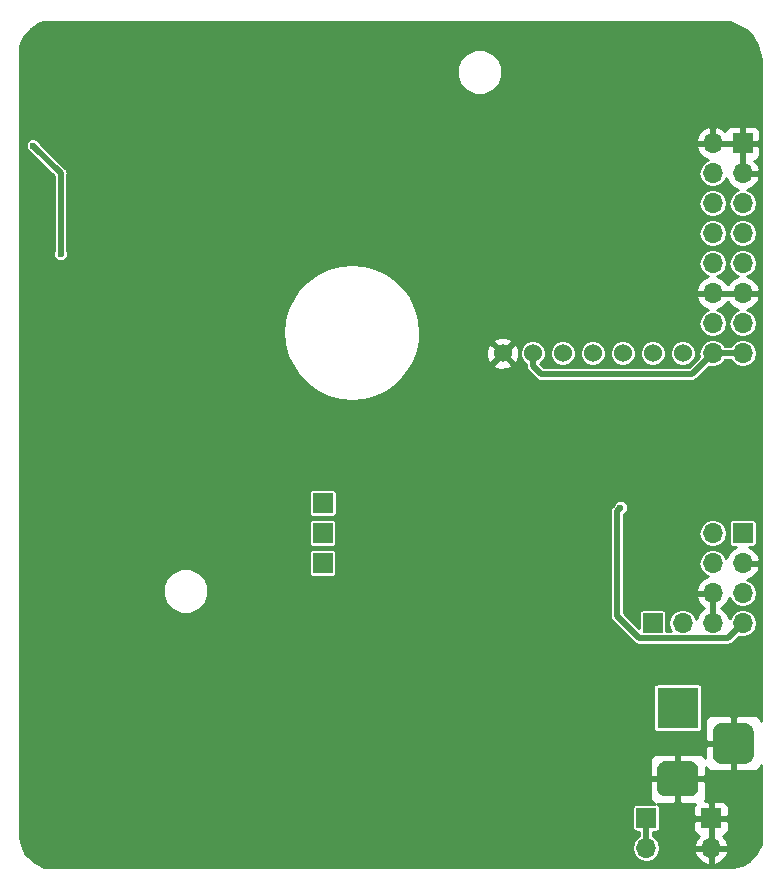
<source format=gbr>
G04 #@! TF.GenerationSoftware,KiCad,Pcbnew,5.0.2+dfsg1-1~bpo9+1*
G04 #@! TF.CreationDate,2019-07-09T17:18:54+02:00*
G04 #@! TF.ProjectId,sensoricnet_shield,73656e73-6f72-4696-936e-65745f736869,1.0*
G04 #@! TF.SameCoordinates,Original*
G04 #@! TF.FileFunction,Copper,L2,Bot*
G04 #@! TF.FilePolarity,Positive*
%FSLAX46Y46*%
G04 Gerber Fmt 4.6, Leading zero omitted, Abs format (unit mm)*
G04 Created by KiCad (PCBNEW 5.0.2+dfsg1-1~bpo9+1) date Tue 09 Jul 2019 05:18:54 PM CEST*
%MOMM*%
%LPD*%
G01*
G04 APERTURE LIST*
G04 #@! TA.AperFunction,ComponentPad*
%ADD10R,1.700000X1.700000*%
G04 #@! TD*
G04 #@! TA.AperFunction,ComponentPad*
%ADD11O,1.700000X1.700000*%
G04 #@! TD*
G04 #@! TA.AperFunction,ComponentPad*
%ADD12C,1.524000*%
G04 #@! TD*
G04 #@! TA.AperFunction,ComponentPad*
%ADD13R,3.500000X3.500000*%
G04 #@! TD*
G04 #@! TA.AperFunction,Conductor*
%ADD14C,0.100000*%
G04 #@! TD*
G04 #@! TA.AperFunction,ComponentPad*
%ADD15C,3.000000*%
G04 #@! TD*
G04 #@! TA.AperFunction,ComponentPad*
%ADD16C,3.500000*%
G04 #@! TD*
G04 #@! TA.AperFunction,ViaPad*
%ADD17C,0.600000*%
G04 #@! TD*
G04 #@! TA.AperFunction,Conductor*
%ADD18C,0.500000*%
G04 #@! TD*
G04 #@! TA.AperFunction,Conductor*
%ADD19C,0.254000*%
G04 #@! TD*
G04 APERTURE END LIST*
D10*
G04 #@! TO.P,J17,1*
G04 #@! TO.N,GND*
X193657220Y-64462660D03*
D11*
G04 #@! TO.P,J17,2*
X191117220Y-64462660D03*
G04 #@! TO.P,J17,3*
X193657220Y-67002660D03*
G04 #@! TO.P,J17,4*
G04 #@! TO.N,N/C*
X191117220Y-67002660D03*
G04 #@! TO.P,J17,5*
X193657220Y-69542660D03*
G04 #@! TO.P,J17,6*
X191117220Y-69542660D03*
G04 #@! TO.P,J17,7*
X193657220Y-72082660D03*
G04 #@! TO.P,J17,8*
X191117220Y-72082660D03*
G04 #@! TO.P,J17,9*
X193657220Y-74622660D03*
G04 #@! TO.P,J17,10*
G04 #@! TO.N,WIRELESS_reset*
X191117220Y-74622660D03*
G04 #@! TO.P,J17,11*
G04 #@! TO.N,GND*
X193657220Y-77162660D03*
G04 #@! TO.P,J17,12*
X191117220Y-77162660D03*
G04 #@! TO.P,J17,13*
G04 #@! TO.N,N/C*
X193657220Y-79702660D03*
G04 #@! TO.P,J17,14*
X191117220Y-79702660D03*
G04 #@! TO.P,J17,15*
G04 #@! TO.N,+5V*
X193657220Y-82242660D03*
G04 #@! TO.P,J17,16*
X191117220Y-82242660D03*
G04 #@! TD*
G04 #@! TO.P,J20,8*
G04 #@! TO.N,GND*
X191117220Y-105102660D03*
G04 #@! TO.P,J20,7*
G04 #@! TO.N,+3V3*
X193657220Y-105102660D03*
G04 #@! TO.P,J20,6*
G04 #@! TO.N,GND*
X191117220Y-102562660D03*
G04 #@! TO.P,J20,5*
G04 #@! TO.N,N/C*
X193657220Y-102562660D03*
G04 #@! TO.P,J20,4*
G04 #@! TO.N,Tx*
X191117220Y-100022660D03*
G04 #@! TO.P,J20,3*
G04 #@! TO.N,GND*
X193657220Y-100022660D03*
G04 #@! TO.P,J20,2*
G04 #@! TO.N,Rx*
X191117220Y-97482660D03*
D10*
G04 #@! TO.P,J20,1*
G04 #@! TO.N,N/C*
X193657220Y-97482660D03*
G04 #@! TD*
G04 #@! TO.P,J8,1*
G04 #@! TO.N,N/C*
X186024520Y-105115360D03*
D11*
G04 #@! TO.P,J8,2*
X188564520Y-105115360D03*
G04 #@! TD*
D12*
G04 #@! TO.P,J7,1*
G04 #@! TO.N,GND*
X173337220Y-82242660D03*
G04 #@! TO.P,J7,2*
G04 #@! TO.N,+5V*
X175877220Y-82242660D03*
G04 #@! TO.P,J7,3*
G04 #@! TO.N,N/C*
X178417220Y-82242660D03*
G04 #@! TO.P,J7,4*
X180957220Y-82242660D03*
G04 #@! TO.P,J7,5*
X183497220Y-82242660D03*
G04 #@! TO.P,J7,6*
X186037220Y-82242660D03*
G04 #@! TO.P,J7,7*
X188577220Y-82242660D03*
G04 #@! TD*
D13*
G04 #@! TO.P,J12,1*
G04 #@! TO.N,+9V*
X188157120Y-112275360D03*
D14*
G04 #@! TD*
G04 #@! TO.N,GND*
G04 #@! TO.C,J12*
G36*
X189230633Y-116778971D02*
X189303438Y-116789771D01*
X189374834Y-116807655D01*
X189444133Y-116832450D01*
X189510668Y-116863919D01*
X189573798Y-116901758D01*
X189632915Y-116945602D01*
X189687450Y-116995030D01*
X189736878Y-117049565D01*
X189780722Y-117108682D01*
X189818561Y-117171812D01*
X189850030Y-117238347D01*
X189874825Y-117307646D01*
X189892709Y-117379042D01*
X189903509Y-117451847D01*
X189907120Y-117525360D01*
X189907120Y-119025360D01*
X189903509Y-119098873D01*
X189892709Y-119171678D01*
X189874825Y-119243074D01*
X189850030Y-119312373D01*
X189818561Y-119378908D01*
X189780722Y-119442038D01*
X189736878Y-119501155D01*
X189687450Y-119555690D01*
X189632915Y-119605118D01*
X189573798Y-119648962D01*
X189510668Y-119686801D01*
X189444133Y-119718270D01*
X189374834Y-119743065D01*
X189303438Y-119760949D01*
X189230633Y-119771749D01*
X189157120Y-119775360D01*
X187157120Y-119775360D01*
X187083607Y-119771749D01*
X187010802Y-119760949D01*
X186939406Y-119743065D01*
X186870107Y-119718270D01*
X186803572Y-119686801D01*
X186740442Y-119648962D01*
X186681325Y-119605118D01*
X186626790Y-119555690D01*
X186577362Y-119501155D01*
X186533518Y-119442038D01*
X186495679Y-119378908D01*
X186464210Y-119312373D01*
X186439415Y-119243074D01*
X186421531Y-119171678D01*
X186410731Y-119098873D01*
X186407120Y-119025360D01*
X186407120Y-117525360D01*
X186410731Y-117451847D01*
X186421531Y-117379042D01*
X186439415Y-117307646D01*
X186464210Y-117238347D01*
X186495679Y-117171812D01*
X186533518Y-117108682D01*
X186577362Y-117049565D01*
X186626790Y-116995030D01*
X186681325Y-116945602D01*
X186740442Y-116901758D01*
X186803572Y-116863919D01*
X186870107Y-116832450D01*
X186939406Y-116807655D01*
X187010802Y-116789771D01*
X187083607Y-116778971D01*
X187157120Y-116775360D01*
X189157120Y-116775360D01*
X189230633Y-116778971D01*
X189230633Y-116778971D01*
G37*
D15*
G04 #@! TO.P,J12,2*
G04 #@! TO.N,GND*
X188157120Y-118275360D03*
D14*
G04 #@! TD*
G04 #@! TO.N,GND*
G04 #@! TO.C,J12*
G36*
X193817885Y-113529573D02*
X193902824Y-113542173D01*
X193986119Y-113563037D01*
X194066968Y-113591965D01*
X194144592Y-113628679D01*
X194218244Y-113672824D01*
X194287214Y-113723976D01*
X194350838Y-113781642D01*
X194408504Y-113845266D01*
X194459656Y-113914236D01*
X194503801Y-113987888D01*
X194540515Y-114065512D01*
X194569443Y-114146361D01*
X194590307Y-114229656D01*
X194602907Y-114314595D01*
X194607120Y-114400360D01*
X194607120Y-116150360D01*
X194602907Y-116236125D01*
X194590307Y-116321064D01*
X194569443Y-116404359D01*
X194540515Y-116485208D01*
X194503801Y-116562832D01*
X194459656Y-116636484D01*
X194408504Y-116705454D01*
X194350838Y-116769078D01*
X194287214Y-116826744D01*
X194218244Y-116877896D01*
X194144592Y-116922041D01*
X194066968Y-116958755D01*
X193986119Y-116987683D01*
X193902824Y-117008547D01*
X193817885Y-117021147D01*
X193732120Y-117025360D01*
X191982120Y-117025360D01*
X191896355Y-117021147D01*
X191811416Y-117008547D01*
X191728121Y-116987683D01*
X191647272Y-116958755D01*
X191569648Y-116922041D01*
X191495996Y-116877896D01*
X191427026Y-116826744D01*
X191363402Y-116769078D01*
X191305736Y-116705454D01*
X191254584Y-116636484D01*
X191210439Y-116562832D01*
X191173725Y-116485208D01*
X191144797Y-116404359D01*
X191123933Y-116321064D01*
X191111333Y-116236125D01*
X191107120Y-116150360D01*
X191107120Y-114400360D01*
X191111333Y-114314595D01*
X191123933Y-114229656D01*
X191144797Y-114146361D01*
X191173725Y-114065512D01*
X191210439Y-113987888D01*
X191254584Y-113914236D01*
X191305736Y-113845266D01*
X191363402Y-113781642D01*
X191427026Y-113723976D01*
X191495996Y-113672824D01*
X191569648Y-113628679D01*
X191647272Y-113591965D01*
X191728121Y-113563037D01*
X191811416Y-113542173D01*
X191896355Y-113529573D01*
X191982120Y-113525360D01*
X193732120Y-113525360D01*
X193817885Y-113529573D01*
X193817885Y-113529573D01*
G37*
D16*
G04 #@! TO.P,J12,3*
G04 #@! TO.N,GND*
X192857120Y-115275360D03*
G04 #@! TD*
D10*
G04 #@! TO.P,J13,1*
G04 #@! TO.N,+9V*
X185491120Y-121574560D03*
D11*
G04 #@! TO.P,J13,2*
X185491120Y-124114560D03*
G04 #@! TD*
D10*
G04 #@! TO.P,J14,1*
G04 #@! TO.N,GND*
X190977520Y-121625360D03*
D11*
G04 #@! TO.P,J14,2*
X190977520Y-124165360D03*
G04 #@! TD*
D10*
G04 #@! TO.P,J11,1*
G04 #@! TO.N,N/C*
X158084520Y-97469960D03*
G04 #@! TD*
G04 #@! TO.P,J18,1*
G04 #@! TO.N,N/C*
X158097220Y-94942660D03*
G04 #@! TD*
G04 #@! TO.P,J19,1*
G04 #@! TO.N,N/C*
X158084520Y-100009960D03*
G04 #@! TD*
D17*
G04 #@! TO.N,GND*
X133268720Y-66253360D03*
X132913120Y-73771760D03*
G04 #@! TO.N,+3V3*
X135910320Y-73822560D03*
X133573520Y-64673960D03*
X183306720Y-95310960D03*
G04 #@! TD*
D18*
G04 #@! TO.N,GND*
X132913120Y-66608960D02*
X132913120Y-73771760D01*
X133268720Y-66253360D02*
X132913120Y-66608960D01*
G04 #@! TO.N,+5V*
X175877220Y-83320290D02*
X176590290Y-84033360D01*
X175877220Y-82242660D02*
X175877220Y-83320290D01*
X189326520Y-84033360D02*
X191117220Y-82242660D01*
X176590290Y-84033360D02*
X189326520Y-84033360D01*
X191117220Y-82242660D02*
X193657220Y-82242660D01*
G04 #@! TO.N,+9V*
X185491120Y-124114560D02*
X185491120Y-121574560D01*
G04 #@! TO.N,+3V3*
X135910320Y-67010760D02*
X133573520Y-64673960D01*
X135910320Y-73822560D02*
X135910320Y-67010760D01*
X192807221Y-105952659D02*
X193657220Y-105102660D01*
X192394519Y-106365361D02*
X192807221Y-105952659D01*
X184854519Y-106365361D02*
X192394519Y-106365361D01*
X183006721Y-104517563D02*
X184854519Y-106365361D01*
X183006721Y-95610959D02*
X183006721Y-104517563D01*
X183306720Y-95310960D02*
X183006721Y-95610959D01*
G04 #@! TD*
D19*
G04 #@! TO.N,GND*
G36*
X193946694Y-54884890D02*
X194362441Y-55196701D01*
X194469197Y-55385093D01*
X194873090Y-56192880D01*
X195241500Y-57298110D01*
X195241501Y-113397556D01*
X195145447Y-113165662D01*
X194966819Y-112987033D01*
X194733430Y-112890360D01*
X193142870Y-112890360D01*
X192984120Y-113049110D01*
X192984120Y-115148360D01*
X193004120Y-115148360D01*
X193004120Y-115402360D01*
X192984120Y-115402360D01*
X192984120Y-117501610D01*
X193142870Y-117660360D01*
X194733430Y-117660360D01*
X194966819Y-117563687D01*
X195145447Y-117385058D01*
X195241501Y-117153164D01*
X195241501Y-123109775D01*
X195185818Y-123777964D01*
X194801122Y-124547358D01*
X194185828Y-125218590D01*
X193581561Y-125548190D01*
X192852554Y-125772500D01*
X135144713Y-125772500D01*
X134476536Y-125716818D01*
X133707142Y-125332122D01*
X133052106Y-124731674D01*
X133022414Y-124692085D01*
X132708276Y-124116166D01*
X132707818Y-124114560D01*
X184291062Y-124114560D01*
X184382411Y-124573802D01*
X184642551Y-124963129D01*
X185031878Y-125223269D01*
X185375200Y-125291560D01*
X185607040Y-125291560D01*
X185950362Y-125223269D01*
X186339689Y-124963129D01*
X186599829Y-124573802D01*
X186610083Y-124522250D01*
X189536044Y-124522250D01*
X189705875Y-124932284D01*
X190096162Y-125360543D01*
X190620628Y-125606846D01*
X190850520Y-125486179D01*
X190850520Y-124292360D01*
X191104520Y-124292360D01*
X191104520Y-125486179D01*
X191334412Y-125606846D01*
X191858878Y-125360543D01*
X192249165Y-124932284D01*
X192418996Y-124522250D01*
X192297675Y-124292360D01*
X191104520Y-124292360D01*
X190850520Y-124292360D01*
X189657365Y-124292360D01*
X189536044Y-124522250D01*
X186610083Y-124522250D01*
X186691178Y-124114560D01*
X186599829Y-123655318D01*
X186339689Y-123265991D01*
X186068120Y-123084534D01*
X186068120Y-122757966D01*
X186341120Y-122757966D01*
X186468709Y-122732587D01*
X186576874Y-122660314D01*
X186649147Y-122552149D01*
X186674526Y-122424560D01*
X186674526Y-121911110D01*
X189492520Y-121911110D01*
X189492520Y-122601670D01*
X189589193Y-122835059D01*
X189767822Y-123013687D01*
X189977398Y-123100496D01*
X189705875Y-123398436D01*
X189536044Y-123808470D01*
X189657365Y-124038360D01*
X190850520Y-124038360D01*
X190850520Y-121752360D01*
X191104520Y-121752360D01*
X191104520Y-124038360D01*
X192297675Y-124038360D01*
X192418996Y-123808470D01*
X192249165Y-123398436D01*
X191977642Y-123100496D01*
X192187218Y-123013687D01*
X192365847Y-122835059D01*
X192462520Y-122601670D01*
X192462520Y-121911110D01*
X192303770Y-121752360D01*
X191104520Y-121752360D01*
X190850520Y-121752360D01*
X189651270Y-121752360D01*
X189492520Y-121911110D01*
X186674526Y-121911110D01*
X186674526Y-120724560D01*
X186649147Y-120596971D01*
X186576874Y-120488806D01*
X186468709Y-120416533D01*
X186437675Y-120410360D01*
X187871370Y-120410360D01*
X188030120Y-120251610D01*
X188030120Y-118402360D01*
X188284120Y-118402360D01*
X188284120Y-120251610D01*
X188442870Y-120410360D01*
X189594494Y-120410360D01*
X189589193Y-120415661D01*
X189492520Y-120649050D01*
X189492520Y-121339610D01*
X189651270Y-121498360D01*
X190850520Y-121498360D01*
X190850520Y-120299110D01*
X191104520Y-120299110D01*
X191104520Y-121498360D01*
X192303770Y-121498360D01*
X192462520Y-121339610D01*
X192462520Y-120649050D01*
X192365847Y-120415661D01*
X192187218Y-120237033D01*
X191953829Y-120140360D01*
X191263270Y-120140360D01*
X191104520Y-120299110D01*
X190850520Y-120299110D01*
X190691770Y-120140360D01*
X190440145Y-120140360D01*
X190445447Y-120135058D01*
X190542120Y-119901669D01*
X190542120Y-118561110D01*
X190383370Y-118402360D01*
X188284120Y-118402360D01*
X188030120Y-118402360D01*
X185930870Y-118402360D01*
X185772120Y-118561110D01*
X185772120Y-119901669D01*
X185868793Y-120135058D01*
X186047421Y-120313687D01*
X186234443Y-120391154D01*
X184641120Y-120391154D01*
X184513531Y-120416533D01*
X184405366Y-120488806D01*
X184333093Y-120596971D01*
X184307714Y-120724560D01*
X184307714Y-122424560D01*
X184333093Y-122552149D01*
X184405366Y-122660314D01*
X184513531Y-122732587D01*
X184641120Y-122757966D01*
X184914121Y-122757966D01*
X184914120Y-123084534D01*
X184642551Y-123265991D01*
X184382411Y-123655318D01*
X184291062Y-124114560D01*
X132707818Y-124114560D01*
X132482000Y-123324200D01*
X132482000Y-116649051D01*
X185772120Y-116649051D01*
X185772120Y-117989610D01*
X185930870Y-118148360D01*
X188030120Y-118148360D01*
X188030120Y-116299110D01*
X188284120Y-116299110D01*
X188284120Y-118148360D01*
X190383370Y-118148360D01*
X190542120Y-117989610D01*
X190542120Y-117320664D01*
X190568793Y-117385058D01*
X190747421Y-117563687D01*
X190980810Y-117660360D01*
X192571370Y-117660360D01*
X192730120Y-117501610D01*
X192730120Y-115402360D01*
X190630870Y-115402360D01*
X190472120Y-115561110D01*
X190472120Y-116480056D01*
X190445447Y-116415662D01*
X190266819Y-116237033D01*
X190033430Y-116140360D01*
X188442870Y-116140360D01*
X188284120Y-116299110D01*
X188030120Y-116299110D01*
X187871370Y-116140360D01*
X186280810Y-116140360D01*
X186047421Y-116237033D01*
X185868793Y-116415662D01*
X185772120Y-116649051D01*
X132482000Y-116649051D01*
X132482000Y-110525360D01*
X186073714Y-110525360D01*
X186073714Y-114025360D01*
X186099093Y-114152949D01*
X186171366Y-114261114D01*
X186279531Y-114333387D01*
X186407120Y-114358766D01*
X189907120Y-114358766D01*
X190034709Y-114333387D01*
X190142874Y-114261114D01*
X190215147Y-114152949D01*
X190240526Y-114025360D01*
X190240526Y-113399051D01*
X190472120Y-113399051D01*
X190472120Y-114989610D01*
X190630870Y-115148360D01*
X192730120Y-115148360D01*
X192730120Y-113049110D01*
X192571370Y-112890360D01*
X190980810Y-112890360D01*
X190747421Y-112987033D01*
X190568793Y-113165662D01*
X190472120Y-113399051D01*
X190240526Y-113399051D01*
X190240526Y-110525360D01*
X190215147Y-110397771D01*
X190142874Y-110289606D01*
X190034709Y-110217333D01*
X189907120Y-110191954D01*
X186407120Y-110191954D01*
X186279531Y-110217333D01*
X186171366Y-110289606D01*
X186099093Y-110397771D01*
X186073714Y-110525360D01*
X132482000Y-110525360D01*
X132482000Y-101988856D01*
X144549720Y-101988856D01*
X144549720Y-102755464D01*
X144843088Y-103463718D01*
X145385162Y-104005792D01*
X146093416Y-104299160D01*
X146860024Y-104299160D01*
X147568278Y-104005792D01*
X148110352Y-103463718D01*
X148403720Y-102755464D01*
X148403720Y-101988856D01*
X148110352Y-101280602D01*
X147568278Y-100738528D01*
X146860024Y-100445160D01*
X146093416Y-100445160D01*
X145385162Y-100738528D01*
X144843088Y-101280602D01*
X144549720Y-101988856D01*
X132482000Y-101988856D01*
X132482000Y-99159960D01*
X156901114Y-99159960D01*
X156901114Y-100859960D01*
X156926493Y-100987549D01*
X156998766Y-101095714D01*
X157106931Y-101167987D01*
X157234520Y-101193366D01*
X158934520Y-101193366D01*
X159062109Y-101167987D01*
X159170274Y-101095714D01*
X159242547Y-100987549D01*
X159267926Y-100859960D01*
X159267926Y-99159960D01*
X159242547Y-99032371D01*
X159170274Y-98924206D01*
X159062109Y-98851933D01*
X158934520Y-98826554D01*
X157234520Y-98826554D01*
X157106931Y-98851933D01*
X156998766Y-98924206D01*
X156926493Y-99032371D01*
X156901114Y-99159960D01*
X132482000Y-99159960D01*
X132482000Y-96619960D01*
X156901114Y-96619960D01*
X156901114Y-98319960D01*
X156926493Y-98447549D01*
X156998766Y-98555714D01*
X157106931Y-98627987D01*
X157234520Y-98653366D01*
X158934520Y-98653366D01*
X159062109Y-98627987D01*
X159170274Y-98555714D01*
X159242547Y-98447549D01*
X159267926Y-98319960D01*
X159267926Y-96619960D01*
X159242547Y-96492371D01*
X159170274Y-96384206D01*
X159062109Y-96311933D01*
X158934520Y-96286554D01*
X157234520Y-96286554D01*
X157106931Y-96311933D01*
X156998766Y-96384206D01*
X156926493Y-96492371D01*
X156901114Y-96619960D01*
X132482000Y-96619960D01*
X132482000Y-94092660D01*
X156913814Y-94092660D01*
X156913814Y-95792660D01*
X156939193Y-95920249D01*
X157011466Y-96028414D01*
X157119631Y-96100687D01*
X157247220Y-96126066D01*
X158947220Y-96126066D01*
X159074809Y-96100687D01*
X159182974Y-96028414D01*
X159255247Y-95920249D01*
X159280626Y-95792660D01*
X159280626Y-95610959D01*
X182418417Y-95610959D01*
X182429721Y-95667787D01*
X182429722Y-104460730D01*
X182418417Y-104517563D01*
X182445978Y-104656118D01*
X182463200Y-104742697D01*
X182590728Y-104933557D01*
X182638907Y-104965749D01*
X184406333Y-106733176D01*
X184438525Y-106781355D01*
X184629385Y-106908883D01*
X184797690Y-106942361D01*
X184797691Y-106942361D01*
X184854519Y-106953665D01*
X184911347Y-106942361D01*
X192337691Y-106942361D01*
X192394519Y-106953665D01*
X192451347Y-106942361D01*
X192451348Y-106942361D01*
X192619653Y-106908883D01*
X192810513Y-106781355D01*
X192842707Y-106733173D01*
X193255405Y-106320476D01*
X193255407Y-106320473D01*
X193336882Y-106238999D01*
X193541300Y-106279660D01*
X193773140Y-106279660D01*
X194116462Y-106211369D01*
X194505789Y-105951229D01*
X194765929Y-105561902D01*
X194857278Y-105102660D01*
X194765929Y-104643418D01*
X194505789Y-104254091D01*
X194116462Y-103993951D01*
X193773140Y-103925660D01*
X193541300Y-103925660D01*
X193197978Y-103993951D01*
X192808651Y-104254091D01*
X192548511Y-104643418D01*
X192538062Y-104695951D01*
X192388865Y-104335736D01*
X191998578Y-103907477D01*
X191839266Y-103832660D01*
X191998578Y-103757843D01*
X192388865Y-103329584D01*
X192538062Y-102969369D01*
X192548511Y-103021902D01*
X192808651Y-103411229D01*
X193197978Y-103671369D01*
X193541300Y-103739660D01*
X193773140Y-103739660D01*
X194116462Y-103671369D01*
X194505789Y-103411229D01*
X194765929Y-103021902D01*
X194857278Y-102562660D01*
X194765929Y-102103418D01*
X194505789Y-101714091D01*
X194116462Y-101453951D01*
X194059814Y-101442683D01*
X194538578Y-101217843D01*
X194928865Y-100789584D01*
X195098696Y-100379550D01*
X194977375Y-100149660D01*
X193784220Y-100149660D01*
X193784220Y-100169660D01*
X193530220Y-100169660D01*
X193530220Y-100149660D01*
X193510220Y-100149660D01*
X193510220Y-99895660D01*
X193530220Y-99895660D01*
X193530220Y-99875660D01*
X193784220Y-99875660D01*
X193784220Y-99895660D01*
X194977375Y-99895660D01*
X195098696Y-99665770D01*
X194928865Y-99255736D01*
X194538578Y-98827477D01*
X194194877Y-98666066D01*
X194507220Y-98666066D01*
X194634809Y-98640687D01*
X194742974Y-98568414D01*
X194815247Y-98460249D01*
X194840626Y-98332660D01*
X194840626Y-96632660D01*
X194815247Y-96505071D01*
X194742974Y-96396906D01*
X194634809Y-96324633D01*
X194507220Y-96299254D01*
X192807220Y-96299254D01*
X192679631Y-96324633D01*
X192571466Y-96396906D01*
X192499193Y-96505071D01*
X192473814Y-96632660D01*
X192473814Y-98332660D01*
X192499193Y-98460249D01*
X192571466Y-98568414D01*
X192679631Y-98640687D01*
X192807220Y-98666066D01*
X193119563Y-98666066D01*
X192775862Y-98827477D01*
X192385575Y-99255736D01*
X192236378Y-99615951D01*
X192225929Y-99563418D01*
X191965789Y-99174091D01*
X191576462Y-98913951D01*
X191233140Y-98845660D01*
X191001300Y-98845660D01*
X190657978Y-98913951D01*
X190268651Y-99174091D01*
X190008511Y-99563418D01*
X189917162Y-100022660D01*
X190008511Y-100481902D01*
X190268651Y-100871229D01*
X190657978Y-101131369D01*
X190714626Y-101142637D01*
X190235862Y-101367477D01*
X189845575Y-101795736D01*
X189675744Y-102205770D01*
X189797065Y-102435660D01*
X190990220Y-102435660D01*
X190990220Y-102415660D01*
X191244220Y-102415660D01*
X191244220Y-102435660D01*
X191264220Y-102435660D01*
X191264220Y-102689660D01*
X191244220Y-102689660D01*
X191244220Y-104975660D01*
X191264220Y-104975660D01*
X191264220Y-105229660D01*
X191244220Y-105229660D01*
X191244220Y-105249660D01*
X190990220Y-105249660D01*
X190990220Y-105229660D01*
X190970220Y-105229660D01*
X190970220Y-104975660D01*
X190990220Y-104975660D01*
X190990220Y-102689660D01*
X189797065Y-102689660D01*
X189675744Y-102919550D01*
X189845575Y-103329584D01*
X190235862Y-103757843D01*
X190395174Y-103832660D01*
X190235862Y-103907477D01*
X189845575Y-104335736D01*
X189686092Y-104720786D01*
X189673229Y-104656118D01*
X189413089Y-104266791D01*
X189023762Y-104006651D01*
X188680440Y-103938360D01*
X188448600Y-103938360D01*
X188105278Y-104006651D01*
X187715951Y-104266791D01*
X187455811Y-104656118D01*
X187364462Y-105115360D01*
X187455811Y-105574602D01*
X187598640Y-105788361D01*
X187207926Y-105788361D01*
X187207926Y-104265360D01*
X187182547Y-104137771D01*
X187110274Y-104029606D01*
X187002109Y-103957333D01*
X186874520Y-103931954D01*
X185174520Y-103931954D01*
X185046931Y-103957333D01*
X184938766Y-104029606D01*
X184866493Y-104137771D01*
X184841114Y-104265360D01*
X184841114Y-105535955D01*
X183583721Y-104278563D01*
X183583721Y-97482660D01*
X189917162Y-97482660D01*
X190008511Y-97941902D01*
X190268651Y-98331229D01*
X190657978Y-98591369D01*
X191001300Y-98659660D01*
X191233140Y-98659660D01*
X191576462Y-98591369D01*
X191965789Y-98331229D01*
X192225929Y-97941902D01*
X192317278Y-97482660D01*
X192225929Y-97023418D01*
X191965789Y-96634091D01*
X191576462Y-96373951D01*
X191233140Y-96305660D01*
X191001300Y-96305660D01*
X190657978Y-96373951D01*
X190268651Y-96634091D01*
X190008511Y-97023418D01*
X189917162Y-97482660D01*
X183583721Y-97482660D01*
X183583721Y-95874882D01*
X183661887Y-95842505D01*
X183838265Y-95666127D01*
X183933720Y-95435678D01*
X183933720Y-95186242D01*
X183838265Y-94955793D01*
X183661887Y-94779415D01*
X183431438Y-94683960D01*
X183182002Y-94683960D01*
X182951553Y-94779415D01*
X182775175Y-94955793D01*
X182725174Y-95076505D01*
X182638908Y-95162771D01*
X182590727Y-95194965D01*
X182463199Y-95385826D01*
X182453283Y-95435678D01*
X182418417Y-95610959D01*
X159280626Y-95610959D01*
X159280626Y-94092660D01*
X159255247Y-93965071D01*
X159182974Y-93856906D01*
X159074809Y-93784633D01*
X158947220Y-93759254D01*
X157247220Y-93759254D01*
X157119631Y-93784633D01*
X157011466Y-93856906D01*
X156939193Y-93965071D01*
X156913814Y-94092660D01*
X132482000Y-94092660D01*
X132482000Y-80464660D01*
X154768584Y-80464660D01*
X154856777Y-81472711D01*
X155118677Y-82450133D01*
X155546325Y-83367228D01*
X156126728Y-84196129D01*
X156842251Y-84911652D01*
X157671152Y-85492055D01*
X158588247Y-85919703D01*
X159565669Y-86181603D01*
X160573720Y-86269796D01*
X161581771Y-86181603D01*
X162559193Y-85919703D01*
X163476288Y-85492055D01*
X164305189Y-84911652D01*
X165020712Y-84196129D01*
X165601115Y-83367228D01*
X165668428Y-83222873D01*
X172536612Y-83222873D01*
X172606077Y-83465057D01*
X173129522Y-83651804D01*
X173684588Y-83624022D01*
X174068363Y-83465057D01*
X174137828Y-83222873D01*
X173337220Y-82422265D01*
X172536612Y-83222873D01*
X165668428Y-83222873D01*
X166028763Y-82450133D01*
X166140007Y-82034962D01*
X171928076Y-82034962D01*
X171955858Y-82590028D01*
X172114823Y-82973803D01*
X172357007Y-83043268D01*
X173157615Y-82242660D01*
X173516825Y-82242660D01*
X174317433Y-83043268D01*
X174559617Y-82973803D01*
X174746364Y-82450358D01*
X174725127Y-82026044D01*
X174788220Y-82026044D01*
X174788220Y-82459276D01*
X174954010Y-82859529D01*
X175260351Y-83165870D01*
X175300221Y-83182385D01*
X175300221Y-83263458D01*
X175288916Y-83320290D01*
X175315983Y-83456360D01*
X175333699Y-83545424D01*
X175461227Y-83736284D01*
X175509406Y-83768476D01*
X176142104Y-84401175D01*
X176174296Y-84449354D01*
X176365156Y-84576882D01*
X176533461Y-84610360D01*
X176590289Y-84621664D01*
X176647117Y-84610360D01*
X189269692Y-84610360D01*
X189326520Y-84621664D01*
X189383348Y-84610360D01*
X189383349Y-84610360D01*
X189551654Y-84576882D01*
X189742514Y-84449354D01*
X189774708Y-84401172D01*
X190796882Y-83378999D01*
X191001300Y-83419660D01*
X191233140Y-83419660D01*
X191576462Y-83351369D01*
X191965789Y-83091229D01*
X192147246Y-82819660D01*
X192627194Y-82819660D01*
X192808651Y-83091229D01*
X193197978Y-83351369D01*
X193541300Y-83419660D01*
X193773140Y-83419660D01*
X194116462Y-83351369D01*
X194505789Y-83091229D01*
X194765929Y-82701902D01*
X194857278Y-82242660D01*
X194765929Y-81783418D01*
X194505789Y-81394091D01*
X194116462Y-81133951D01*
X193773140Y-81065660D01*
X193541300Y-81065660D01*
X193197978Y-81133951D01*
X192808651Y-81394091D01*
X192627194Y-81665660D01*
X192147246Y-81665660D01*
X191965789Y-81394091D01*
X191576462Y-81133951D01*
X191233140Y-81065660D01*
X191001300Y-81065660D01*
X190657978Y-81133951D01*
X190268651Y-81394091D01*
X190008511Y-81783418D01*
X189917162Y-82242660D01*
X189980881Y-82562998D01*
X189087520Y-83456360D01*
X176829291Y-83456360D01*
X176516445Y-83143514D01*
X176800430Y-82859529D01*
X176966220Y-82459276D01*
X176966220Y-82026044D01*
X177328220Y-82026044D01*
X177328220Y-82459276D01*
X177494010Y-82859529D01*
X177800351Y-83165870D01*
X178200604Y-83331660D01*
X178633836Y-83331660D01*
X179034089Y-83165870D01*
X179340430Y-82859529D01*
X179506220Y-82459276D01*
X179506220Y-82026044D01*
X179868220Y-82026044D01*
X179868220Y-82459276D01*
X180034010Y-82859529D01*
X180340351Y-83165870D01*
X180740604Y-83331660D01*
X181173836Y-83331660D01*
X181574089Y-83165870D01*
X181880430Y-82859529D01*
X182046220Y-82459276D01*
X182046220Y-82026044D01*
X182408220Y-82026044D01*
X182408220Y-82459276D01*
X182574010Y-82859529D01*
X182880351Y-83165870D01*
X183280604Y-83331660D01*
X183713836Y-83331660D01*
X184114089Y-83165870D01*
X184420430Y-82859529D01*
X184586220Y-82459276D01*
X184586220Y-82026044D01*
X184948220Y-82026044D01*
X184948220Y-82459276D01*
X185114010Y-82859529D01*
X185420351Y-83165870D01*
X185820604Y-83331660D01*
X186253836Y-83331660D01*
X186654089Y-83165870D01*
X186960430Y-82859529D01*
X187126220Y-82459276D01*
X187126220Y-82026044D01*
X187488220Y-82026044D01*
X187488220Y-82459276D01*
X187654010Y-82859529D01*
X187960351Y-83165870D01*
X188360604Y-83331660D01*
X188793836Y-83331660D01*
X189194089Y-83165870D01*
X189500430Y-82859529D01*
X189666220Y-82459276D01*
X189666220Y-82026044D01*
X189500430Y-81625791D01*
X189194089Y-81319450D01*
X188793836Y-81153660D01*
X188360604Y-81153660D01*
X187960351Y-81319450D01*
X187654010Y-81625791D01*
X187488220Y-82026044D01*
X187126220Y-82026044D01*
X186960430Y-81625791D01*
X186654089Y-81319450D01*
X186253836Y-81153660D01*
X185820604Y-81153660D01*
X185420351Y-81319450D01*
X185114010Y-81625791D01*
X184948220Y-82026044D01*
X184586220Y-82026044D01*
X184420430Y-81625791D01*
X184114089Y-81319450D01*
X183713836Y-81153660D01*
X183280604Y-81153660D01*
X182880351Y-81319450D01*
X182574010Y-81625791D01*
X182408220Y-82026044D01*
X182046220Y-82026044D01*
X181880430Y-81625791D01*
X181574089Y-81319450D01*
X181173836Y-81153660D01*
X180740604Y-81153660D01*
X180340351Y-81319450D01*
X180034010Y-81625791D01*
X179868220Y-82026044D01*
X179506220Y-82026044D01*
X179340430Y-81625791D01*
X179034089Y-81319450D01*
X178633836Y-81153660D01*
X178200604Y-81153660D01*
X177800351Y-81319450D01*
X177494010Y-81625791D01*
X177328220Y-82026044D01*
X176966220Y-82026044D01*
X176800430Y-81625791D01*
X176494089Y-81319450D01*
X176093836Y-81153660D01*
X175660604Y-81153660D01*
X175260351Y-81319450D01*
X174954010Y-81625791D01*
X174788220Y-82026044D01*
X174725127Y-82026044D01*
X174718582Y-81895292D01*
X174559617Y-81511517D01*
X174317433Y-81442052D01*
X173516825Y-82242660D01*
X173157615Y-82242660D01*
X172357007Y-81442052D01*
X172114823Y-81511517D01*
X171928076Y-82034962D01*
X166140007Y-82034962D01*
X166290663Y-81472711D01*
X166309058Y-81262447D01*
X172536612Y-81262447D01*
X173337220Y-82063055D01*
X174137828Y-81262447D01*
X174068363Y-81020263D01*
X173544918Y-80833516D01*
X172989852Y-80861298D01*
X172606077Y-81020263D01*
X172536612Y-81262447D01*
X166309058Y-81262447D01*
X166378856Y-80464660D01*
X166290663Y-79456609D01*
X166028763Y-78479187D01*
X165601115Y-77562092D01*
X165571327Y-77519550D01*
X189675744Y-77519550D01*
X189845575Y-77929584D01*
X190235862Y-78357843D01*
X190714626Y-78582683D01*
X190657978Y-78593951D01*
X190268651Y-78854091D01*
X190008511Y-79243418D01*
X189917162Y-79702660D01*
X190008511Y-80161902D01*
X190268651Y-80551229D01*
X190657978Y-80811369D01*
X191001300Y-80879660D01*
X191233140Y-80879660D01*
X191576462Y-80811369D01*
X191965789Y-80551229D01*
X192225929Y-80161902D01*
X192317278Y-79702660D01*
X192225929Y-79243418D01*
X191965789Y-78854091D01*
X191576462Y-78593951D01*
X191519814Y-78582683D01*
X191998578Y-78357843D01*
X192387220Y-77931389D01*
X192775862Y-78357843D01*
X193254626Y-78582683D01*
X193197978Y-78593951D01*
X192808651Y-78854091D01*
X192548511Y-79243418D01*
X192457162Y-79702660D01*
X192548511Y-80161902D01*
X192808651Y-80551229D01*
X193197978Y-80811369D01*
X193541300Y-80879660D01*
X193773140Y-80879660D01*
X194116462Y-80811369D01*
X194505789Y-80551229D01*
X194765929Y-80161902D01*
X194857278Y-79702660D01*
X194765929Y-79243418D01*
X194505789Y-78854091D01*
X194116462Y-78593951D01*
X194059814Y-78582683D01*
X194538578Y-78357843D01*
X194928865Y-77929584D01*
X195098696Y-77519550D01*
X194977375Y-77289660D01*
X193784220Y-77289660D01*
X193784220Y-77309660D01*
X193530220Y-77309660D01*
X193530220Y-77289660D01*
X191244220Y-77289660D01*
X191244220Y-77309660D01*
X190990220Y-77309660D01*
X190990220Y-77289660D01*
X189797065Y-77289660D01*
X189675744Y-77519550D01*
X165571327Y-77519550D01*
X165071533Y-76805770D01*
X189675744Y-76805770D01*
X189797065Y-77035660D01*
X190990220Y-77035660D01*
X190990220Y-77015660D01*
X191244220Y-77015660D01*
X191244220Y-77035660D01*
X193530220Y-77035660D01*
X193530220Y-77015660D01*
X193784220Y-77015660D01*
X193784220Y-77035660D01*
X194977375Y-77035660D01*
X195098696Y-76805770D01*
X194928865Y-76395736D01*
X194538578Y-75967477D01*
X194059814Y-75742637D01*
X194116462Y-75731369D01*
X194505789Y-75471229D01*
X194765929Y-75081902D01*
X194857278Y-74622660D01*
X194765929Y-74163418D01*
X194505789Y-73774091D01*
X194116462Y-73513951D01*
X193773140Y-73445660D01*
X193541300Y-73445660D01*
X193197978Y-73513951D01*
X192808651Y-73774091D01*
X192548511Y-74163418D01*
X192457162Y-74622660D01*
X192548511Y-75081902D01*
X192808651Y-75471229D01*
X193197978Y-75731369D01*
X193254626Y-75742637D01*
X192775862Y-75967477D01*
X192387220Y-76393931D01*
X191998578Y-75967477D01*
X191519814Y-75742637D01*
X191576462Y-75731369D01*
X191965789Y-75471229D01*
X192225929Y-75081902D01*
X192317278Y-74622660D01*
X192225929Y-74163418D01*
X191965789Y-73774091D01*
X191576462Y-73513951D01*
X191233140Y-73445660D01*
X191001300Y-73445660D01*
X190657978Y-73513951D01*
X190268651Y-73774091D01*
X190008511Y-74163418D01*
X189917162Y-74622660D01*
X190008511Y-75081902D01*
X190268651Y-75471229D01*
X190657978Y-75731369D01*
X190714626Y-75742637D01*
X190235862Y-75967477D01*
X189845575Y-76395736D01*
X189675744Y-76805770D01*
X165071533Y-76805770D01*
X165020712Y-76733191D01*
X164305189Y-76017668D01*
X163476288Y-75437265D01*
X162559193Y-75009617D01*
X161581771Y-74747717D01*
X160573720Y-74659524D01*
X159565669Y-74747717D01*
X158588247Y-75009617D01*
X157671152Y-75437265D01*
X156842251Y-76017668D01*
X156126728Y-76733191D01*
X155546325Y-77562092D01*
X155118677Y-78479187D01*
X154856777Y-79456609D01*
X154768584Y-80464660D01*
X132482000Y-80464660D01*
X132482000Y-64549242D01*
X132946520Y-64549242D01*
X132946520Y-64798678D01*
X133041975Y-65029127D01*
X133218353Y-65205505D01*
X133339066Y-65255506D01*
X135333321Y-67249762D01*
X135333320Y-73577131D01*
X135283320Y-73697842D01*
X135283320Y-73947278D01*
X135378775Y-74177727D01*
X135555153Y-74354105D01*
X135785602Y-74449560D01*
X136035038Y-74449560D01*
X136265487Y-74354105D01*
X136441865Y-74177727D01*
X136537320Y-73947278D01*
X136537320Y-73697842D01*
X136487320Y-73577131D01*
X136487320Y-72082660D01*
X189917162Y-72082660D01*
X190008511Y-72541902D01*
X190268651Y-72931229D01*
X190657978Y-73191369D01*
X191001300Y-73259660D01*
X191233140Y-73259660D01*
X191576462Y-73191369D01*
X191965789Y-72931229D01*
X192225929Y-72541902D01*
X192317278Y-72082660D01*
X192457162Y-72082660D01*
X192548511Y-72541902D01*
X192808651Y-72931229D01*
X193197978Y-73191369D01*
X193541300Y-73259660D01*
X193773140Y-73259660D01*
X194116462Y-73191369D01*
X194505789Y-72931229D01*
X194765929Y-72541902D01*
X194857278Y-72082660D01*
X194765929Y-71623418D01*
X194505789Y-71234091D01*
X194116462Y-70973951D01*
X193773140Y-70905660D01*
X193541300Y-70905660D01*
X193197978Y-70973951D01*
X192808651Y-71234091D01*
X192548511Y-71623418D01*
X192457162Y-72082660D01*
X192317278Y-72082660D01*
X192225929Y-71623418D01*
X191965789Y-71234091D01*
X191576462Y-70973951D01*
X191233140Y-70905660D01*
X191001300Y-70905660D01*
X190657978Y-70973951D01*
X190268651Y-71234091D01*
X190008511Y-71623418D01*
X189917162Y-72082660D01*
X136487320Y-72082660D01*
X136487320Y-69542660D01*
X189917162Y-69542660D01*
X190008511Y-70001902D01*
X190268651Y-70391229D01*
X190657978Y-70651369D01*
X191001300Y-70719660D01*
X191233140Y-70719660D01*
X191576462Y-70651369D01*
X191965789Y-70391229D01*
X192225929Y-70001902D01*
X192317278Y-69542660D01*
X192225929Y-69083418D01*
X191965789Y-68694091D01*
X191576462Y-68433951D01*
X191233140Y-68365660D01*
X191001300Y-68365660D01*
X190657978Y-68433951D01*
X190268651Y-68694091D01*
X190008511Y-69083418D01*
X189917162Y-69542660D01*
X136487320Y-69542660D01*
X136487320Y-67067587D01*
X136498624Y-67010759D01*
X136471751Y-66875660D01*
X136453842Y-66785626D01*
X136326314Y-66594766D01*
X136278135Y-66562574D01*
X134535111Y-64819550D01*
X189675744Y-64819550D01*
X189845575Y-65229584D01*
X190235862Y-65657843D01*
X190714626Y-65882683D01*
X190657978Y-65893951D01*
X190268651Y-66154091D01*
X190008511Y-66543418D01*
X189917162Y-67002660D01*
X190008511Y-67461902D01*
X190268651Y-67851229D01*
X190657978Y-68111369D01*
X191001300Y-68179660D01*
X191233140Y-68179660D01*
X191576462Y-68111369D01*
X191965789Y-67851229D01*
X192225929Y-67461902D01*
X192236378Y-67409369D01*
X192385575Y-67769584D01*
X192775862Y-68197843D01*
X193254626Y-68422683D01*
X193197978Y-68433951D01*
X192808651Y-68694091D01*
X192548511Y-69083418D01*
X192457162Y-69542660D01*
X192548511Y-70001902D01*
X192808651Y-70391229D01*
X193197978Y-70651369D01*
X193541300Y-70719660D01*
X193773140Y-70719660D01*
X194116462Y-70651369D01*
X194505789Y-70391229D01*
X194765929Y-70001902D01*
X194857278Y-69542660D01*
X194765929Y-69083418D01*
X194505789Y-68694091D01*
X194116462Y-68433951D01*
X194059814Y-68422683D01*
X194538578Y-68197843D01*
X194928865Y-67769584D01*
X195098696Y-67359550D01*
X194977375Y-67129660D01*
X193784220Y-67129660D01*
X193784220Y-67149660D01*
X193530220Y-67149660D01*
X193530220Y-67129660D01*
X193510220Y-67129660D01*
X193510220Y-66875660D01*
X193530220Y-66875660D01*
X193530220Y-64589660D01*
X193784220Y-64589660D01*
X193784220Y-66875660D01*
X194977375Y-66875660D01*
X195098696Y-66645770D01*
X194928865Y-66235736D01*
X194657342Y-65937796D01*
X194866918Y-65850987D01*
X195045547Y-65672359D01*
X195142220Y-65438970D01*
X195142220Y-64748410D01*
X194983470Y-64589660D01*
X193784220Y-64589660D01*
X193530220Y-64589660D01*
X191244220Y-64589660D01*
X191244220Y-64609660D01*
X190990220Y-64609660D01*
X190990220Y-64589660D01*
X189797065Y-64589660D01*
X189675744Y-64819550D01*
X134535111Y-64819550D01*
X134155066Y-64439506D01*
X134105065Y-64318793D01*
X133928687Y-64142415D01*
X133840219Y-64105770D01*
X189675744Y-64105770D01*
X189797065Y-64335660D01*
X190990220Y-64335660D01*
X190990220Y-63141841D01*
X191244220Y-63141841D01*
X191244220Y-64335660D01*
X193530220Y-64335660D01*
X193530220Y-63136410D01*
X193784220Y-63136410D01*
X193784220Y-64335660D01*
X194983470Y-64335660D01*
X195142220Y-64176910D01*
X195142220Y-63486350D01*
X195045547Y-63252961D01*
X194866918Y-63074333D01*
X194633529Y-62977660D01*
X193942970Y-62977660D01*
X193784220Y-63136410D01*
X193530220Y-63136410D01*
X193371470Y-62977660D01*
X192680911Y-62977660D01*
X192447522Y-63074333D01*
X192268893Y-63252961D01*
X192180290Y-63466868D01*
X191998578Y-63267477D01*
X191474112Y-63021174D01*
X191244220Y-63141841D01*
X190990220Y-63141841D01*
X190760328Y-63021174D01*
X190235862Y-63267477D01*
X189845575Y-63695736D01*
X189675744Y-64105770D01*
X133840219Y-64105770D01*
X133698238Y-64046960D01*
X133448802Y-64046960D01*
X133218353Y-64142415D01*
X133041975Y-64318793D01*
X132946520Y-64549242D01*
X132482000Y-64549242D01*
X132482000Y-58046856D01*
X169441720Y-58046856D01*
X169441720Y-58813464D01*
X169735088Y-59521718D01*
X170277162Y-60063792D01*
X170985416Y-60357160D01*
X171752024Y-60357160D01*
X172460278Y-60063792D01*
X173002352Y-59521718D01*
X173295720Y-58813464D01*
X173295720Y-58046856D01*
X173002352Y-57338602D01*
X172460278Y-56796528D01*
X171752024Y-56503160D01*
X170985416Y-56503160D01*
X170277162Y-56796528D01*
X169735088Y-57338602D01*
X169441720Y-58046856D01*
X132482000Y-58046856D01*
X132482000Y-56272140D01*
X132754348Y-55564039D01*
X133022784Y-55188229D01*
X133418870Y-54792143D01*
X133977116Y-54401373D01*
X134452722Y-54242838D01*
X134485824Y-54239160D01*
X192612184Y-54239160D01*
X193946694Y-54884890D01*
X193946694Y-54884890D01*
G37*
X193946694Y-54884890D02*
X194362441Y-55196701D01*
X194469197Y-55385093D01*
X194873090Y-56192880D01*
X195241500Y-57298110D01*
X195241501Y-113397556D01*
X195145447Y-113165662D01*
X194966819Y-112987033D01*
X194733430Y-112890360D01*
X193142870Y-112890360D01*
X192984120Y-113049110D01*
X192984120Y-115148360D01*
X193004120Y-115148360D01*
X193004120Y-115402360D01*
X192984120Y-115402360D01*
X192984120Y-117501610D01*
X193142870Y-117660360D01*
X194733430Y-117660360D01*
X194966819Y-117563687D01*
X195145447Y-117385058D01*
X195241501Y-117153164D01*
X195241501Y-123109775D01*
X195185818Y-123777964D01*
X194801122Y-124547358D01*
X194185828Y-125218590D01*
X193581561Y-125548190D01*
X192852554Y-125772500D01*
X135144713Y-125772500D01*
X134476536Y-125716818D01*
X133707142Y-125332122D01*
X133052106Y-124731674D01*
X133022414Y-124692085D01*
X132708276Y-124116166D01*
X132707818Y-124114560D01*
X184291062Y-124114560D01*
X184382411Y-124573802D01*
X184642551Y-124963129D01*
X185031878Y-125223269D01*
X185375200Y-125291560D01*
X185607040Y-125291560D01*
X185950362Y-125223269D01*
X186339689Y-124963129D01*
X186599829Y-124573802D01*
X186610083Y-124522250D01*
X189536044Y-124522250D01*
X189705875Y-124932284D01*
X190096162Y-125360543D01*
X190620628Y-125606846D01*
X190850520Y-125486179D01*
X190850520Y-124292360D01*
X191104520Y-124292360D01*
X191104520Y-125486179D01*
X191334412Y-125606846D01*
X191858878Y-125360543D01*
X192249165Y-124932284D01*
X192418996Y-124522250D01*
X192297675Y-124292360D01*
X191104520Y-124292360D01*
X190850520Y-124292360D01*
X189657365Y-124292360D01*
X189536044Y-124522250D01*
X186610083Y-124522250D01*
X186691178Y-124114560D01*
X186599829Y-123655318D01*
X186339689Y-123265991D01*
X186068120Y-123084534D01*
X186068120Y-122757966D01*
X186341120Y-122757966D01*
X186468709Y-122732587D01*
X186576874Y-122660314D01*
X186649147Y-122552149D01*
X186674526Y-122424560D01*
X186674526Y-121911110D01*
X189492520Y-121911110D01*
X189492520Y-122601670D01*
X189589193Y-122835059D01*
X189767822Y-123013687D01*
X189977398Y-123100496D01*
X189705875Y-123398436D01*
X189536044Y-123808470D01*
X189657365Y-124038360D01*
X190850520Y-124038360D01*
X190850520Y-121752360D01*
X191104520Y-121752360D01*
X191104520Y-124038360D01*
X192297675Y-124038360D01*
X192418996Y-123808470D01*
X192249165Y-123398436D01*
X191977642Y-123100496D01*
X192187218Y-123013687D01*
X192365847Y-122835059D01*
X192462520Y-122601670D01*
X192462520Y-121911110D01*
X192303770Y-121752360D01*
X191104520Y-121752360D01*
X190850520Y-121752360D01*
X189651270Y-121752360D01*
X189492520Y-121911110D01*
X186674526Y-121911110D01*
X186674526Y-120724560D01*
X186649147Y-120596971D01*
X186576874Y-120488806D01*
X186468709Y-120416533D01*
X186437675Y-120410360D01*
X187871370Y-120410360D01*
X188030120Y-120251610D01*
X188030120Y-118402360D01*
X188284120Y-118402360D01*
X188284120Y-120251610D01*
X188442870Y-120410360D01*
X189594494Y-120410360D01*
X189589193Y-120415661D01*
X189492520Y-120649050D01*
X189492520Y-121339610D01*
X189651270Y-121498360D01*
X190850520Y-121498360D01*
X190850520Y-120299110D01*
X191104520Y-120299110D01*
X191104520Y-121498360D01*
X192303770Y-121498360D01*
X192462520Y-121339610D01*
X192462520Y-120649050D01*
X192365847Y-120415661D01*
X192187218Y-120237033D01*
X191953829Y-120140360D01*
X191263270Y-120140360D01*
X191104520Y-120299110D01*
X190850520Y-120299110D01*
X190691770Y-120140360D01*
X190440145Y-120140360D01*
X190445447Y-120135058D01*
X190542120Y-119901669D01*
X190542120Y-118561110D01*
X190383370Y-118402360D01*
X188284120Y-118402360D01*
X188030120Y-118402360D01*
X185930870Y-118402360D01*
X185772120Y-118561110D01*
X185772120Y-119901669D01*
X185868793Y-120135058D01*
X186047421Y-120313687D01*
X186234443Y-120391154D01*
X184641120Y-120391154D01*
X184513531Y-120416533D01*
X184405366Y-120488806D01*
X184333093Y-120596971D01*
X184307714Y-120724560D01*
X184307714Y-122424560D01*
X184333093Y-122552149D01*
X184405366Y-122660314D01*
X184513531Y-122732587D01*
X184641120Y-122757966D01*
X184914121Y-122757966D01*
X184914120Y-123084534D01*
X184642551Y-123265991D01*
X184382411Y-123655318D01*
X184291062Y-124114560D01*
X132707818Y-124114560D01*
X132482000Y-123324200D01*
X132482000Y-116649051D01*
X185772120Y-116649051D01*
X185772120Y-117989610D01*
X185930870Y-118148360D01*
X188030120Y-118148360D01*
X188030120Y-116299110D01*
X188284120Y-116299110D01*
X188284120Y-118148360D01*
X190383370Y-118148360D01*
X190542120Y-117989610D01*
X190542120Y-117320664D01*
X190568793Y-117385058D01*
X190747421Y-117563687D01*
X190980810Y-117660360D01*
X192571370Y-117660360D01*
X192730120Y-117501610D01*
X192730120Y-115402360D01*
X190630870Y-115402360D01*
X190472120Y-115561110D01*
X190472120Y-116480056D01*
X190445447Y-116415662D01*
X190266819Y-116237033D01*
X190033430Y-116140360D01*
X188442870Y-116140360D01*
X188284120Y-116299110D01*
X188030120Y-116299110D01*
X187871370Y-116140360D01*
X186280810Y-116140360D01*
X186047421Y-116237033D01*
X185868793Y-116415662D01*
X185772120Y-116649051D01*
X132482000Y-116649051D01*
X132482000Y-110525360D01*
X186073714Y-110525360D01*
X186073714Y-114025360D01*
X186099093Y-114152949D01*
X186171366Y-114261114D01*
X186279531Y-114333387D01*
X186407120Y-114358766D01*
X189907120Y-114358766D01*
X190034709Y-114333387D01*
X190142874Y-114261114D01*
X190215147Y-114152949D01*
X190240526Y-114025360D01*
X190240526Y-113399051D01*
X190472120Y-113399051D01*
X190472120Y-114989610D01*
X190630870Y-115148360D01*
X192730120Y-115148360D01*
X192730120Y-113049110D01*
X192571370Y-112890360D01*
X190980810Y-112890360D01*
X190747421Y-112987033D01*
X190568793Y-113165662D01*
X190472120Y-113399051D01*
X190240526Y-113399051D01*
X190240526Y-110525360D01*
X190215147Y-110397771D01*
X190142874Y-110289606D01*
X190034709Y-110217333D01*
X189907120Y-110191954D01*
X186407120Y-110191954D01*
X186279531Y-110217333D01*
X186171366Y-110289606D01*
X186099093Y-110397771D01*
X186073714Y-110525360D01*
X132482000Y-110525360D01*
X132482000Y-101988856D01*
X144549720Y-101988856D01*
X144549720Y-102755464D01*
X144843088Y-103463718D01*
X145385162Y-104005792D01*
X146093416Y-104299160D01*
X146860024Y-104299160D01*
X147568278Y-104005792D01*
X148110352Y-103463718D01*
X148403720Y-102755464D01*
X148403720Y-101988856D01*
X148110352Y-101280602D01*
X147568278Y-100738528D01*
X146860024Y-100445160D01*
X146093416Y-100445160D01*
X145385162Y-100738528D01*
X144843088Y-101280602D01*
X144549720Y-101988856D01*
X132482000Y-101988856D01*
X132482000Y-99159960D01*
X156901114Y-99159960D01*
X156901114Y-100859960D01*
X156926493Y-100987549D01*
X156998766Y-101095714D01*
X157106931Y-101167987D01*
X157234520Y-101193366D01*
X158934520Y-101193366D01*
X159062109Y-101167987D01*
X159170274Y-101095714D01*
X159242547Y-100987549D01*
X159267926Y-100859960D01*
X159267926Y-99159960D01*
X159242547Y-99032371D01*
X159170274Y-98924206D01*
X159062109Y-98851933D01*
X158934520Y-98826554D01*
X157234520Y-98826554D01*
X157106931Y-98851933D01*
X156998766Y-98924206D01*
X156926493Y-99032371D01*
X156901114Y-99159960D01*
X132482000Y-99159960D01*
X132482000Y-96619960D01*
X156901114Y-96619960D01*
X156901114Y-98319960D01*
X156926493Y-98447549D01*
X156998766Y-98555714D01*
X157106931Y-98627987D01*
X157234520Y-98653366D01*
X158934520Y-98653366D01*
X159062109Y-98627987D01*
X159170274Y-98555714D01*
X159242547Y-98447549D01*
X159267926Y-98319960D01*
X159267926Y-96619960D01*
X159242547Y-96492371D01*
X159170274Y-96384206D01*
X159062109Y-96311933D01*
X158934520Y-96286554D01*
X157234520Y-96286554D01*
X157106931Y-96311933D01*
X156998766Y-96384206D01*
X156926493Y-96492371D01*
X156901114Y-96619960D01*
X132482000Y-96619960D01*
X132482000Y-94092660D01*
X156913814Y-94092660D01*
X156913814Y-95792660D01*
X156939193Y-95920249D01*
X157011466Y-96028414D01*
X157119631Y-96100687D01*
X157247220Y-96126066D01*
X158947220Y-96126066D01*
X159074809Y-96100687D01*
X159182974Y-96028414D01*
X159255247Y-95920249D01*
X159280626Y-95792660D01*
X159280626Y-95610959D01*
X182418417Y-95610959D01*
X182429721Y-95667787D01*
X182429722Y-104460730D01*
X182418417Y-104517563D01*
X182445978Y-104656118D01*
X182463200Y-104742697D01*
X182590728Y-104933557D01*
X182638907Y-104965749D01*
X184406333Y-106733176D01*
X184438525Y-106781355D01*
X184629385Y-106908883D01*
X184797690Y-106942361D01*
X184797691Y-106942361D01*
X184854519Y-106953665D01*
X184911347Y-106942361D01*
X192337691Y-106942361D01*
X192394519Y-106953665D01*
X192451347Y-106942361D01*
X192451348Y-106942361D01*
X192619653Y-106908883D01*
X192810513Y-106781355D01*
X192842707Y-106733173D01*
X193255405Y-106320476D01*
X193255407Y-106320473D01*
X193336882Y-106238999D01*
X193541300Y-106279660D01*
X193773140Y-106279660D01*
X194116462Y-106211369D01*
X194505789Y-105951229D01*
X194765929Y-105561902D01*
X194857278Y-105102660D01*
X194765929Y-104643418D01*
X194505789Y-104254091D01*
X194116462Y-103993951D01*
X193773140Y-103925660D01*
X193541300Y-103925660D01*
X193197978Y-103993951D01*
X192808651Y-104254091D01*
X192548511Y-104643418D01*
X192538062Y-104695951D01*
X192388865Y-104335736D01*
X191998578Y-103907477D01*
X191839266Y-103832660D01*
X191998578Y-103757843D01*
X192388865Y-103329584D01*
X192538062Y-102969369D01*
X192548511Y-103021902D01*
X192808651Y-103411229D01*
X193197978Y-103671369D01*
X193541300Y-103739660D01*
X193773140Y-103739660D01*
X194116462Y-103671369D01*
X194505789Y-103411229D01*
X194765929Y-103021902D01*
X194857278Y-102562660D01*
X194765929Y-102103418D01*
X194505789Y-101714091D01*
X194116462Y-101453951D01*
X194059814Y-101442683D01*
X194538578Y-101217843D01*
X194928865Y-100789584D01*
X195098696Y-100379550D01*
X194977375Y-100149660D01*
X193784220Y-100149660D01*
X193784220Y-100169660D01*
X193530220Y-100169660D01*
X193530220Y-100149660D01*
X193510220Y-100149660D01*
X193510220Y-99895660D01*
X193530220Y-99895660D01*
X193530220Y-99875660D01*
X193784220Y-99875660D01*
X193784220Y-99895660D01*
X194977375Y-99895660D01*
X195098696Y-99665770D01*
X194928865Y-99255736D01*
X194538578Y-98827477D01*
X194194877Y-98666066D01*
X194507220Y-98666066D01*
X194634809Y-98640687D01*
X194742974Y-98568414D01*
X194815247Y-98460249D01*
X194840626Y-98332660D01*
X194840626Y-96632660D01*
X194815247Y-96505071D01*
X194742974Y-96396906D01*
X194634809Y-96324633D01*
X194507220Y-96299254D01*
X192807220Y-96299254D01*
X192679631Y-96324633D01*
X192571466Y-96396906D01*
X192499193Y-96505071D01*
X192473814Y-96632660D01*
X192473814Y-98332660D01*
X192499193Y-98460249D01*
X192571466Y-98568414D01*
X192679631Y-98640687D01*
X192807220Y-98666066D01*
X193119563Y-98666066D01*
X192775862Y-98827477D01*
X192385575Y-99255736D01*
X192236378Y-99615951D01*
X192225929Y-99563418D01*
X191965789Y-99174091D01*
X191576462Y-98913951D01*
X191233140Y-98845660D01*
X191001300Y-98845660D01*
X190657978Y-98913951D01*
X190268651Y-99174091D01*
X190008511Y-99563418D01*
X189917162Y-100022660D01*
X190008511Y-100481902D01*
X190268651Y-100871229D01*
X190657978Y-101131369D01*
X190714626Y-101142637D01*
X190235862Y-101367477D01*
X189845575Y-101795736D01*
X189675744Y-102205770D01*
X189797065Y-102435660D01*
X190990220Y-102435660D01*
X190990220Y-102415660D01*
X191244220Y-102415660D01*
X191244220Y-102435660D01*
X191264220Y-102435660D01*
X191264220Y-102689660D01*
X191244220Y-102689660D01*
X191244220Y-104975660D01*
X191264220Y-104975660D01*
X191264220Y-105229660D01*
X191244220Y-105229660D01*
X191244220Y-105249660D01*
X190990220Y-105249660D01*
X190990220Y-105229660D01*
X190970220Y-105229660D01*
X190970220Y-104975660D01*
X190990220Y-104975660D01*
X190990220Y-102689660D01*
X189797065Y-102689660D01*
X189675744Y-102919550D01*
X189845575Y-103329584D01*
X190235862Y-103757843D01*
X190395174Y-103832660D01*
X190235862Y-103907477D01*
X189845575Y-104335736D01*
X189686092Y-104720786D01*
X189673229Y-104656118D01*
X189413089Y-104266791D01*
X189023762Y-104006651D01*
X188680440Y-103938360D01*
X188448600Y-103938360D01*
X188105278Y-104006651D01*
X187715951Y-104266791D01*
X187455811Y-104656118D01*
X187364462Y-105115360D01*
X187455811Y-105574602D01*
X187598640Y-105788361D01*
X187207926Y-105788361D01*
X187207926Y-104265360D01*
X187182547Y-104137771D01*
X187110274Y-104029606D01*
X187002109Y-103957333D01*
X186874520Y-103931954D01*
X185174520Y-103931954D01*
X185046931Y-103957333D01*
X184938766Y-104029606D01*
X184866493Y-104137771D01*
X184841114Y-104265360D01*
X184841114Y-105535955D01*
X183583721Y-104278563D01*
X183583721Y-97482660D01*
X189917162Y-97482660D01*
X190008511Y-97941902D01*
X190268651Y-98331229D01*
X190657978Y-98591369D01*
X191001300Y-98659660D01*
X191233140Y-98659660D01*
X191576462Y-98591369D01*
X191965789Y-98331229D01*
X192225929Y-97941902D01*
X192317278Y-97482660D01*
X192225929Y-97023418D01*
X191965789Y-96634091D01*
X191576462Y-96373951D01*
X191233140Y-96305660D01*
X191001300Y-96305660D01*
X190657978Y-96373951D01*
X190268651Y-96634091D01*
X190008511Y-97023418D01*
X189917162Y-97482660D01*
X183583721Y-97482660D01*
X183583721Y-95874882D01*
X183661887Y-95842505D01*
X183838265Y-95666127D01*
X183933720Y-95435678D01*
X183933720Y-95186242D01*
X183838265Y-94955793D01*
X183661887Y-94779415D01*
X183431438Y-94683960D01*
X183182002Y-94683960D01*
X182951553Y-94779415D01*
X182775175Y-94955793D01*
X182725174Y-95076505D01*
X182638908Y-95162771D01*
X182590727Y-95194965D01*
X182463199Y-95385826D01*
X182453283Y-95435678D01*
X182418417Y-95610959D01*
X159280626Y-95610959D01*
X159280626Y-94092660D01*
X159255247Y-93965071D01*
X159182974Y-93856906D01*
X159074809Y-93784633D01*
X158947220Y-93759254D01*
X157247220Y-93759254D01*
X157119631Y-93784633D01*
X157011466Y-93856906D01*
X156939193Y-93965071D01*
X156913814Y-94092660D01*
X132482000Y-94092660D01*
X132482000Y-80464660D01*
X154768584Y-80464660D01*
X154856777Y-81472711D01*
X155118677Y-82450133D01*
X155546325Y-83367228D01*
X156126728Y-84196129D01*
X156842251Y-84911652D01*
X157671152Y-85492055D01*
X158588247Y-85919703D01*
X159565669Y-86181603D01*
X160573720Y-86269796D01*
X161581771Y-86181603D01*
X162559193Y-85919703D01*
X163476288Y-85492055D01*
X164305189Y-84911652D01*
X165020712Y-84196129D01*
X165601115Y-83367228D01*
X165668428Y-83222873D01*
X172536612Y-83222873D01*
X172606077Y-83465057D01*
X173129522Y-83651804D01*
X173684588Y-83624022D01*
X174068363Y-83465057D01*
X174137828Y-83222873D01*
X173337220Y-82422265D01*
X172536612Y-83222873D01*
X165668428Y-83222873D01*
X166028763Y-82450133D01*
X166140007Y-82034962D01*
X171928076Y-82034962D01*
X171955858Y-82590028D01*
X172114823Y-82973803D01*
X172357007Y-83043268D01*
X173157615Y-82242660D01*
X173516825Y-82242660D01*
X174317433Y-83043268D01*
X174559617Y-82973803D01*
X174746364Y-82450358D01*
X174725127Y-82026044D01*
X174788220Y-82026044D01*
X174788220Y-82459276D01*
X174954010Y-82859529D01*
X175260351Y-83165870D01*
X175300221Y-83182385D01*
X175300221Y-83263458D01*
X175288916Y-83320290D01*
X175315983Y-83456360D01*
X175333699Y-83545424D01*
X175461227Y-83736284D01*
X175509406Y-83768476D01*
X176142104Y-84401175D01*
X176174296Y-84449354D01*
X176365156Y-84576882D01*
X176533461Y-84610360D01*
X176590289Y-84621664D01*
X176647117Y-84610360D01*
X189269692Y-84610360D01*
X189326520Y-84621664D01*
X189383348Y-84610360D01*
X189383349Y-84610360D01*
X189551654Y-84576882D01*
X189742514Y-84449354D01*
X189774708Y-84401172D01*
X190796882Y-83378999D01*
X191001300Y-83419660D01*
X191233140Y-83419660D01*
X191576462Y-83351369D01*
X191965789Y-83091229D01*
X192147246Y-82819660D01*
X192627194Y-82819660D01*
X192808651Y-83091229D01*
X193197978Y-83351369D01*
X193541300Y-83419660D01*
X193773140Y-83419660D01*
X194116462Y-83351369D01*
X194505789Y-83091229D01*
X194765929Y-82701902D01*
X194857278Y-82242660D01*
X194765929Y-81783418D01*
X194505789Y-81394091D01*
X194116462Y-81133951D01*
X193773140Y-81065660D01*
X193541300Y-81065660D01*
X193197978Y-81133951D01*
X192808651Y-81394091D01*
X192627194Y-81665660D01*
X192147246Y-81665660D01*
X191965789Y-81394091D01*
X191576462Y-81133951D01*
X191233140Y-81065660D01*
X191001300Y-81065660D01*
X190657978Y-81133951D01*
X190268651Y-81394091D01*
X190008511Y-81783418D01*
X189917162Y-82242660D01*
X189980881Y-82562998D01*
X189087520Y-83456360D01*
X176829291Y-83456360D01*
X176516445Y-83143514D01*
X176800430Y-82859529D01*
X176966220Y-82459276D01*
X176966220Y-82026044D01*
X177328220Y-82026044D01*
X177328220Y-82459276D01*
X177494010Y-82859529D01*
X177800351Y-83165870D01*
X178200604Y-83331660D01*
X178633836Y-83331660D01*
X179034089Y-83165870D01*
X179340430Y-82859529D01*
X179506220Y-82459276D01*
X179506220Y-82026044D01*
X179868220Y-82026044D01*
X179868220Y-82459276D01*
X180034010Y-82859529D01*
X180340351Y-83165870D01*
X180740604Y-83331660D01*
X181173836Y-83331660D01*
X181574089Y-83165870D01*
X181880430Y-82859529D01*
X182046220Y-82459276D01*
X182046220Y-82026044D01*
X182408220Y-82026044D01*
X182408220Y-82459276D01*
X182574010Y-82859529D01*
X182880351Y-83165870D01*
X183280604Y-83331660D01*
X183713836Y-83331660D01*
X184114089Y-83165870D01*
X184420430Y-82859529D01*
X184586220Y-82459276D01*
X184586220Y-82026044D01*
X184948220Y-82026044D01*
X184948220Y-82459276D01*
X185114010Y-82859529D01*
X185420351Y-83165870D01*
X185820604Y-83331660D01*
X186253836Y-83331660D01*
X186654089Y-83165870D01*
X186960430Y-82859529D01*
X187126220Y-82459276D01*
X187126220Y-82026044D01*
X187488220Y-82026044D01*
X187488220Y-82459276D01*
X187654010Y-82859529D01*
X187960351Y-83165870D01*
X188360604Y-83331660D01*
X188793836Y-83331660D01*
X189194089Y-83165870D01*
X189500430Y-82859529D01*
X189666220Y-82459276D01*
X189666220Y-82026044D01*
X189500430Y-81625791D01*
X189194089Y-81319450D01*
X188793836Y-81153660D01*
X188360604Y-81153660D01*
X187960351Y-81319450D01*
X187654010Y-81625791D01*
X187488220Y-82026044D01*
X187126220Y-82026044D01*
X186960430Y-81625791D01*
X186654089Y-81319450D01*
X186253836Y-81153660D01*
X185820604Y-81153660D01*
X185420351Y-81319450D01*
X185114010Y-81625791D01*
X184948220Y-82026044D01*
X184586220Y-82026044D01*
X184420430Y-81625791D01*
X184114089Y-81319450D01*
X183713836Y-81153660D01*
X183280604Y-81153660D01*
X182880351Y-81319450D01*
X182574010Y-81625791D01*
X182408220Y-82026044D01*
X182046220Y-82026044D01*
X181880430Y-81625791D01*
X181574089Y-81319450D01*
X181173836Y-81153660D01*
X180740604Y-81153660D01*
X180340351Y-81319450D01*
X180034010Y-81625791D01*
X179868220Y-82026044D01*
X179506220Y-82026044D01*
X179340430Y-81625791D01*
X179034089Y-81319450D01*
X178633836Y-81153660D01*
X178200604Y-81153660D01*
X177800351Y-81319450D01*
X177494010Y-81625791D01*
X177328220Y-82026044D01*
X176966220Y-82026044D01*
X176800430Y-81625791D01*
X176494089Y-81319450D01*
X176093836Y-81153660D01*
X175660604Y-81153660D01*
X175260351Y-81319450D01*
X174954010Y-81625791D01*
X174788220Y-82026044D01*
X174725127Y-82026044D01*
X174718582Y-81895292D01*
X174559617Y-81511517D01*
X174317433Y-81442052D01*
X173516825Y-82242660D01*
X173157615Y-82242660D01*
X172357007Y-81442052D01*
X172114823Y-81511517D01*
X171928076Y-82034962D01*
X166140007Y-82034962D01*
X166290663Y-81472711D01*
X166309058Y-81262447D01*
X172536612Y-81262447D01*
X173337220Y-82063055D01*
X174137828Y-81262447D01*
X174068363Y-81020263D01*
X173544918Y-80833516D01*
X172989852Y-80861298D01*
X172606077Y-81020263D01*
X172536612Y-81262447D01*
X166309058Y-81262447D01*
X166378856Y-80464660D01*
X166290663Y-79456609D01*
X166028763Y-78479187D01*
X165601115Y-77562092D01*
X165571327Y-77519550D01*
X189675744Y-77519550D01*
X189845575Y-77929584D01*
X190235862Y-78357843D01*
X190714626Y-78582683D01*
X190657978Y-78593951D01*
X190268651Y-78854091D01*
X190008511Y-79243418D01*
X189917162Y-79702660D01*
X190008511Y-80161902D01*
X190268651Y-80551229D01*
X190657978Y-80811369D01*
X191001300Y-80879660D01*
X191233140Y-80879660D01*
X191576462Y-80811369D01*
X191965789Y-80551229D01*
X192225929Y-80161902D01*
X192317278Y-79702660D01*
X192225929Y-79243418D01*
X191965789Y-78854091D01*
X191576462Y-78593951D01*
X191519814Y-78582683D01*
X191998578Y-78357843D01*
X192387220Y-77931389D01*
X192775862Y-78357843D01*
X193254626Y-78582683D01*
X193197978Y-78593951D01*
X192808651Y-78854091D01*
X192548511Y-79243418D01*
X192457162Y-79702660D01*
X192548511Y-80161902D01*
X192808651Y-80551229D01*
X193197978Y-80811369D01*
X193541300Y-80879660D01*
X193773140Y-80879660D01*
X194116462Y-80811369D01*
X194505789Y-80551229D01*
X194765929Y-80161902D01*
X194857278Y-79702660D01*
X194765929Y-79243418D01*
X194505789Y-78854091D01*
X194116462Y-78593951D01*
X194059814Y-78582683D01*
X194538578Y-78357843D01*
X194928865Y-77929584D01*
X195098696Y-77519550D01*
X194977375Y-77289660D01*
X193784220Y-77289660D01*
X193784220Y-77309660D01*
X193530220Y-77309660D01*
X193530220Y-77289660D01*
X191244220Y-77289660D01*
X191244220Y-77309660D01*
X190990220Y-77309660D01*
X190990220Y-77289660D01*
X189797065Y-77289660D01*
X189675744Y-77519550D01*
X165571327Y-77519550D01*
X165071533Y-76805770D01*
X189675744Y-76805770D01*
X189797065Y-77035660D01*
X190990220Y-77035660D01*
X190990220Y-77015660D01*
X191244220Y-77015660D01*
X191244220Y-77035660D01*
X193530220Y-77035660D01*
X193530220Y-77015660D01*
X193784220Y-77015660D01*
X193784220Y-77035660D01*
X194977375Y-77035660D01*
X195098696Y-76805770D01*
X194928865Y-76395736D01*
X194538578Y-75967477D01*
X194059814Y-75742637D01*
X194116462Y-75731369D01*
X194505789Y-75471229D01*
X194765929Y-75081902D01*
X194857278Y-74622660D01*
X194765929Y-74163418D01*
X194505789Y-73774091D01*
X194116462Y-73513951D01*
X193773140Y-73445660D01*
X193541300Y-73445660D01*
X193197978Y-73513951D01*
X192808651Y-73774091D01*
X192548511Y-74163418D01*
X192457162Y-74622660D01*
X192548511Y-75081902D01*
X192808651Y-75471229D01*
X193197978Y-75731369D01*
X193254626Y-75742637D01*
X192775862Y-75967477D01*
X192387220Y-76393931D01*
X191998578Y-75967477D01*
X191519814Y-75742637D01*
X191576462Y-75731369D01*
X191965789Y-75471229D01*
X192225929Y-75081902D01*
X192317278Y-74622660D01*
X192225929Y-74163418D01*
X191965789Y-73774091D01*
X191576462Y-73513951D01*
X191233140Y-73445660D01*
X191001300Y-73445660D01*
X190657978Y-73513951D01*
X190268651Y-73774091D01*
X190008511Y-74163418D01*
X189917162Y-74622660D01*
X190008511Y-75081902D01*
X190268651Y-75471229D01*
X190657978Y-75731369D01*
X190714626Y-75742637D01*
X190235862Y-75967477D01*
X189845575Y-76395736D01*
X189675744Y-76805770D01*
X165071533Y-76805770D01*
X165020712Y-76733191D01*
X164305189Y-76017668D01*
X163476288Y-75437265D01*
X162559193Y-75009617D01*
X161581771Y-74747717D01*
X160573720Y-74659524D01*
X159565669Y-74747717D01*
X158588247Y-75009617D01*
X157671152Y-75437265D01*
X156842251Y-76017668D01*
X156126728Y-76733191D01*
X155546325Y-77562092D01*
X155118677Y-78479187D01*
X154856777Y-79456609D01*
X154768584Y-80464660D01*
X132482000Y-80464660D01*
X132482000Y-64549242D01*
X132946520Y-64549242D01*
X132946520Y-64798678D01*
X133041975Y-65029127D01*
X133218353Y-65205505D01*
X133339066Y-65255506D01*
X135333321Y-67249762D01*
X135333320Y-73577131D01*
X135283320Y-73697842D01*
X135283320Y-73947278D01*
X135378775Y-74177727D01*
X135555153Y-74354105D01*
X135785602Y-74449560D01*
X136035038Y-74449560D01*
X136265487Y-74354105D01*
X136441865Y-74177727D01*
X136537320Y-73947278D01*
X136537320Y-73697842D01*
X136487320Y-73577131D01*
X136487320Y-72082660D01*
X189917162Y-72082660D01*
X190008511Y-72541902D01*
X190268651Y-72931229D01*
X190657978Y-73191369D01*
X191001300Y-73259660D01*
X191233140Y-73259660D01*
X191576462Y-73191369D01*
X191965789Y-72931229D01*
X192225929Y-72541902D01*
X192317278Y-72082660D01*
X192457162Y-72082660D01*
X192548511Y-72541902D01*
X192808651Y-72931229D01*
X193197978Y-73191369D01*
X193541300Y-73259660D01*
X193773140Y-73259660D01*
X194116462Y-73191369D01*
X194505789Y-72931229D01*
X194765929Y-72541902D01*
X194857278Y-72082660D01*
X194765929Y-71623418D01*
X194505789Y-71234091D01*
X194116462Y-70973951D01*
X193773140Y-70905660D01*
X193541300Y-70905660D01*
X193197978Y-70973951D01*
X192808651Y-71234091D01*
X192548511Y-71623418D01*
X192457162Y-72082660D01*
X192317278Y-72082660D01*
X192225929Y-71623418D01*
X191965789Y-71234091D01*
X191576462Y-70973951D01*
X191233140Y-70905660D01*
X191001300Y-70905660D01*
X190657978Y-70973951D01*
X190268651Y-71234091D01*
X190008511Y-71623418D01*
X189917162Y-72082660D01*
X136487320Y-72082660D01*
X136487320Y-69542660D01*
X189917162Y-69542660D01*
X190008511Y-70001902D01*
X190268651Y-70391229D01*
X190657978Y-70651369D01*
X191001300Y-70719660D01*
X191233140Y-70719660D01*
X191576462Y-70651369D01*
X191965789Y-70391229D01*
X192225929Y-70001902D01*
X192317278Y-69542660D01*
X192225929Y-69083418D01*
X191965789Y-68694091D01*
X191576462Y-68433951D01*
X191233140Y-68365660D01*
X191001300Y-68365660D01*
X190657978Y-68433951D01*
X190268651Y-68694091D01*
X190008511Y-69083418D01*
X189917162Y-69542660D01*
X136487320Y-69542660D01*
X136487320Y-67067587D01*
X136498624Y-67010759D01*
X136471751Y-66875660D01*
X136453842Y-66785626D01*
X136326314Y-66594766D01*
X136278135Y-66562574D01*
X134535111Y-64819550D01*
X189675744Y-64819550D01*
X189845575Y-65229584D01*
X190235862Y-65657843D01*
X190714626Y-65882683D01*
X190657978Y-65893951D01*
X190268651Y-66154091D01*
X190008511Y-66543418D01*
X189917162Y-67002660D01*
X190008511Y-67461902D01*
X190268651Y-67851229D01*
X190657978Y-68111369D01*
X191001300Y-68179660D01*
X191233140Y-68179660D01*
X191576462Y-68111369D01*
X191965789Y-67851229D01*
X192225929Y-67461902D01*
X192236378Y-67409369D01*
X192385575Y-67769584D01*
X192775862Y-68197843D01*
X193254626Y-68422683D01*
X193197978Y-68433951D01*
X192808651Y-68694091D01*
X192548511Y-69083418D01*
X192457162Y-69542660D01*
X192548511Y-70001902D01*
X192808651Y-70391229D01*
X193197978Y-70651369D01*
X193541300Y-70719660D01*
X193773140Y-70719660D01*
X194116462Y-70651369D01*
X194505789Y-70391229D01*
X194765929Y-70001902D01*
X194857278Y-69542660D01*
X194765929Y-69083418D01*
X194505789Y-68694091D01*
X194116462Y-68433951D01*
X194059814Y-68422683D01*
X194538578Y-68197843D01*
X194928865Y-67769584D01*
X195098696Y-67359550D01*
X194977375Y-67129660D01*
X193784220Y-67129660D01*
X193784220Y-67149660D01*
X193530220Y-67149660D01*
X193530220Y-67129660D01*
X193510220Y-67129660D01*
X193510220Y-66875660D01*
X193530220Y-66875660D01*
X193530220Y-64589660D01*
X193784220Y-64589660D01*
X193784220Y-66875660D01*
X194977375Y-66875660D01*
X195098696Y-66645770D01*
X194928865Y-66235736D01*
X194657342Y-65937796D01*
X194866918Y-65850987D01*
X195045547Y-65672359D01*
X195142220Y-65438970D01*
X195142220Y-64748410D01*
X194983470Y-64589660D01*
X193784220Y-64589660D01*
X193530220Y-64589660D01*
X191244220Y-64589660D01*
X191244220Y-64609660D01*
X190990220Y-64609660D01*
X190990220Y-64589660D01*
X189797065Y-64589660D01*
X189675744Y-64819550D01*
X134535111Y-64819550D01*
X134155066Y-64439506D01*
X134105065Y-64318793D01*
X133928687Y-64142415D01*
X133840219Y-64105770D01*
X189675744Y-64105770D01*
X189797065Y-64335660D01*
X190990220Y-64335660D01*
X190990220Y-63141841D01*
X191244220Y-63141841D01*
X191244220Y-64335660D01*
X193530220Y-64335660D01*
X193530220Y-63136410D01*
X193784220Y-63136410D01*
X193784220Y-64335660D01*
X194983470Y-64335660D01*
X195142220Y-64176910D01*
X195142220Y-63486350D01*
X195045547Y-63252961D01*
X194866918Y-63074333D01*
X194633529Y-62977660D01*
X193942970Y-62977660D01*
X193784220Y-63136410D01*
X193530220Y-63136410D01*
X193371470Y-62977660D01*
X192680911Y-62977660D01*
X192447522Y-63074333D01*
X192268893Y-63252961D01*
X192180290Y-63466868D01*
X191998578Y-63267477D01*
X191474112Y-63021174D01*
X191244220Y-63141841D01*
X190990220Y-63141841D01*
X190760328Y-63021174D01*
X190235862Y-63267477D01*
X189845575Y-63695736D01*
X189675744Y-64105770D01*
X133840219Y-64105770D01*
X133698238Y-64046960D01*
X133448802Y-64046960D01*
X133218353Y-64142415D01*
X133041975Y-64318793D01*
X132946520Y-64549242D01*
X132482000Y-64549242D01*
X132482000Y-58046856D01*
X169441720Y-58046856D01*
X169441720Y-58813464D01*
X169735088Y-59521718D01*
X170277162Y-60063792D01*
X170985416Y-60357160D01*
X171752024Y-60357160D01*
X172460278Y-60063792D01*
X173002352Y-59521718D01*
X173295720Y-58813464D01*
X173295720Y-58046856D01*
X173002352Y-57338602D01*
X172460278Y-56796528D01*
X171752024Y-56503160D01*
X170985416Y-56503160D01*
X170277162Y-56796528D01*
X169735088Y-57338602D01*
X169441720Y-58046856D01*
X132482000Y-58046856D01*
X132482000Y-56272140D01*
X132754348Y-55564039D01*
X133022784Y-55188229D01*
X133418870Y-54792143D01*
X133977116Y-54401373D01*
X134452722Y-54242838D01*
X134485824Y-54239160D01*
X192612184Y-54239160D01*
X193946694Y-54884890D01*
G04 #@! TD*
M02*

</source>
